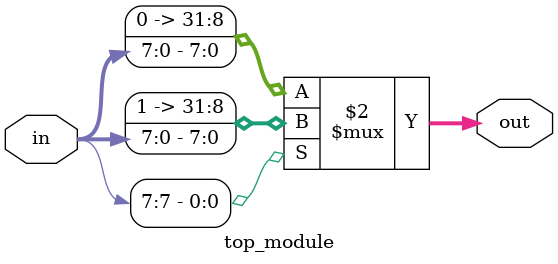
<source format=v>
module top_module (
    input [7:0] in,
    output [31:0] out );//

    // assign out = { replicate-sign-bit , the-input };
  //check the MSB to sign extend the bits
    assign out= (in[7]==1'b1)?{{24{1'b1}},in}:{{24{1'b0}},in};
endmodule

</source>
